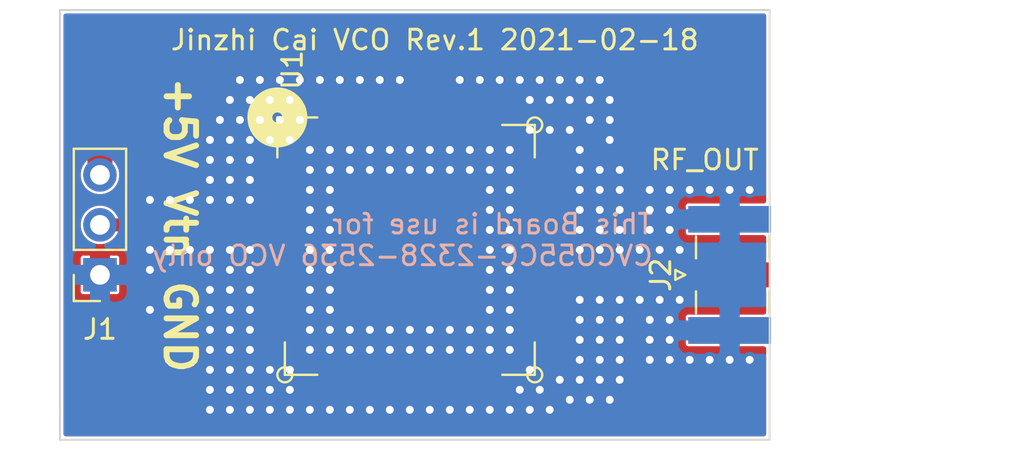
<source format=kicad_pcb>
(kicad_pcb (version 20171130) (host pcbnew 5.1.6-c6e7f7d~86~ubuntu18.04.1)

  (general
    (thickness 1.6)
    (drawings 11)
    (tracks 248)
    (zones 0)
    (modules 3)
    (nets 5)
  )

  (page A4)
  (layers
    (0 F.Cu signal)
    (31 B.Cu signal)
    (32 B.Adhes user)
    (33 F.Adhes user)
    (34 B.Paste user)
    (35 F.Paste user)
    (36 B.SilkS user)
    (37 F.SilkS user)
    (38 B.Mask user)
    (39 F.Mask user)
    (40 Dwgs.User user)
    (41 Cmts.User user)
    (42 Eco1.User user)
    (43 Eco2.User user)
    (44 Edge.Cuts user)
    (45 Margin user)
    (46 B.CrtYd user)
    (47 F.CrtYd user)
    (48 B.Fab user)
    (49 F.Fab user)
  )

  (setup
    (last_trace_width 0.25)
    (user_trace_width 0.657276)
    (user_trace_width 1.27)
    (trace_clearance 0.127)
    (zone_clearance 0.127)
    (zone_45_only no)
    (trace_min 0.2)
    (via_size 0.8)
    (via_drill 0.4)
    (via_min_size 0.4)
    (via_min_drill 0.3)
    (uvia_size 0.3)
    (uvia_drill 0.1)
    (uvias_allowed no)
    (uvia_min_size 0.2)
    (uvia_min_drill 0.1)
    (edge_width 0.1)
    (segment_width 0.2)
    (pcb_text_width 0.3)
    (pcb_text_size 1.5 1.5)
    (mod_edge_width 0.15)
    (mod_text_size 1 1)
    (mod_text_width 0.15)
    (pad_size 1.524 1.524)
    (pad_drill 0)
    (pad_to_mask_clearance 0)
    (aux_axis_origin 0 0)
    (visible_elements FFFFF77F)
    (pcbplotparams
      (layerselection 0x010fc_ffffffff)
      (usegerberextensions false)
      (usegerberattributes true)
      (usegerberadvancedattributes true)
      (creategerberjobfile true)
      (excludeedgelayer true)
      (linewidth 0.100000)
      (plotframeref false)
      (viasonmask false)
      (mode 1)
      (useauxorigin false)
      (hpglpennumber 1)
      (hpglpenspeed 20)
      (hpglpendiameter 15.000000)
      (psnegative false)
      (psa4output false)
      (plotreference true)
      (plotvalue true)
      (plotinvisibletext false)
      (padsonsilk false)
      (subtractmaskfromsilk false)
      (outputformat 1)
      (mirror false)
      (drillshape 0)
      (scaleselection 1)
      (outputdirectory "/home/c/RemoteProject/KiCads/Senior-Design-Radar-Group/V2.0/RF_DIS/Assembly/"))
  )

  (net 0 "")
  (net 1 GND)
  (net 2 "Net-(J1-Pad2)")
  (net 3 "Net-(J2-Pad1)")
  (net 4 "Net-(J1-Pad3)")

  (net_class Default "This is the default net class."
    (clearance 0.127)
    (trace_width 0.25)
    (via_dia 0.8)
    (via_drill 0.4)
    (uvia_dia 0.3)
    (uvia_drill 0.1)
    (add_net GND)
    (add_net "Net-(J1-Pad2)")
    (add_net "Net-(J1-Pad3)")
    (add_net "Net-(J2-Pad1)")
  )

  (module Connector_Coaxial:SMA_Samtec_SMA-J-P-X-ST-EM1_EdgeMount (layer F.Cu) (tedit 5DAA3454) (tstamp 602E9B31)
    (at 163.576 135.89 90)
    (descr "Connector SMA, 0Hz to 20GHz, 50Ohm, Edge Mount (http://suddendocs.samtec.com/prints/sma-j-p-x-st-em1-mkt.pdf)")
    (tags "SMA Straight Samtec Edge Mount")
    (path /602EA1F3)
    (attr smd)
    (fp_text reference J2 (at 0 -3.5 90) (layer F.SilkS)
      (effects (font (size 1 1) (thickness 0.15)))
    )
    (fp_text value Conn_Coaxial (at 0 13 90) (layer F.Fab)
      (effects (font (size 1 1) (thickness 0.15)))
    )
    (fp_line (start -0.25 -2.76) (end 0 -2.26) (layer F.SilkS) (width 0.12))
    (fp_line (start 0.25 -2.76) (end -0.25 -2.76) (layer F.SilkS) (width 0.12))
    (fp_line (start 0 -2.26) (end 0.25 -2.76) (layer F.SilkS) (width 0.12))
    (fp_line (start 0 3.1) (end -0.64 2.1) (layer F.Fab) (width 0.1))
    (fp_line (start 0.64 2.1) (end 0 3.1) (layer F.Fab) (width 0.1))
    (fp_line (start 4 2.6) (end 4 -2.6) (layer F.CrtYd) (width 0.05))
    (fp_line (start 3.68 12.12) (end -3.68 12.12) (layer F.CrtYd) (width 0.05))
    (fp_line (start -4 2.6) (end -4 -2.6) (layer F.CrtYd) (width 0.05))
    (fp_line (start -4 -2.6) (end 4 -2.6) (layer F.CrtYd) (width 0.05))
    (fp_line (start 4 2.6) (end 4 -2.6) (layer B.CrtYd) (width 0.05))
    (fp_line (start 3.68 12.12) (end -3.68 12.12) (layer B.CrtYd) (width 0.05))
    (fp_line (start -4 2.6) (end -4 -2.6) (layer B.CrtYd) (width 0.05))
    (fp_line (start -4 -2.6) (end 4 -2.6) (layer B.CrtYd) (width 0.05))
    (fp_line (start 3.165 11.62) (end -3.165 11.62) (layer F.Fab) (width 0.1))
    (fp_line (start 3.175 -1.71) (end 3.175 11.62) (layer F.Fab) (width 0.1))
    (fp_line (start 3.175 -1.71) (end 2.365 -1.71) (layer F.Fab) (width 0.1))
    (fp_line (start 2.365 -1.71) (end 2.365 2.1) (layer F.Fab) (width 0.1))
    (fp_line (start 2.365 2.1) (end -2.365 2.1) (layer F.Fab) (width 0.1))
    (fp_line (start -2.365 2.1) (end -2.365 -1.71) (layer F.Fab) (width 0.1))
    (fp_line (start -2.365 -1.71) (end -3.175 -1.71) (layer F.Fab) (width 0.1))
    (fp_line (start -3.175 -1.71) (end -3.175 11.62) (layer F.Fab) (width 0.1))
    (fp_line (start 4.1 2.1) (end -4.1 2.1) (layer Dwgs.User) (width 0.1))
    (fp_line (start -3.68 2.6) (end -4 2.6) (layer F.CrtYd) (width 0.05))
    (fp_line (start -3.68 12.12) (end -3.68 2.6) (layer F.CrtYd) (width 0.05))
    (fp_line (start 3.68 2.6) (end 4 2.6) (layer F.CrtYd) (width 0.05))
    (fp_line (start 3.68 2.6) (end 3.68 12.12) (layer F.CrtYd) (width 0.05))
    (fp_line (start -3.68 2.6) (end -4 2.6) (layer B.CrtYd) (width 0.05))
    (fp_line (start -3.68 12.12) (end -3.68 2.6) (layer B.CrtYd) (width 0.05))
    (fp_line (start 4 2.6) (end 3.68 2.6) (layer B.CrtYd) (width 0.05))
    (fp_line (start 3.68 2.6) (end 3.68 12.12) (layer B.CrtYd) (width 0.05))
    (fp_line (start -1.95 2) (end -0.84 2) (layer F.SilkS) (width 0.12))
    (fp_line (start 0.84 2) (end 1.95 2) (layer F.SilkS) (width 0.12))
    (fp_line (start -1.95 -1.71) (end -0.84 -1.71) (layer F.SilkS) (width 0.12))
    (fp_line (start 0.84 -1.71) (end 1.95 -1.71) (layer F.SilkS) (width 0.12))
    (fp_text user "Board Thickness: 1.57mm" (at -8.128 5.08 180) (layer Cmts.User)
      (effects (font (size 1 1) (thickness 0.15)))
    )
    (fp_text user "PCB Edge" (at 0 2.6 90) (layer Dwgs.User)
      (effects (font (size 0.5 0.5) (thickness 0.1)))
    )
    (fp_text user %R (at 0 4.79 270) (layer F.Fab)
      (effects (font (size 1 1) (thickness 0.15)))
    )
    (pad 1 smd rect (at 0 0.2 90) (size 1.27 3.6) (layers F.Cu F.Paste F.Mask)
      (net 3 "Net-(J2-Pad1)"))
    (pad 2 smd rect (at 2.825 0 90) (size 1.35 4.2) (layers F.Cu F.Paste F.Mask)
      (net 1 GND))
    (pad 2 smd rect (at -2.825 0 90) (size 1.35 4.2) (layers F.Cu F.Paste F.Mask)
      (net 1 GND))
    (pad 2 smd rect (at 2.825 0 90) (size 1.35 4.2) (layers B.Cu B.Paste B.Mask)
      (net 1 GND))
    (pad 2 smd rect (at -2.825 0 90) (size 1.35 4.2) (layers B.Cu B.Paste B.Mask)
      (net 1 GND))
    (model ${KISYS3DMOD}/Connector_Coaxial.3dshapes/SMA_Samtec_SMA-J-P-X-ST-EM1_EdgeMount.wrl
      (at (xyz 0 0 0))
      (scale (xyz 1 1 1))
      (rotate (xyz 0 0 0))
    )
  )

  (module Connector_PinSocket_2.54mm:PinSocket_1x03_P2.54mm_Vertical (layer F.Cu) (tedit 5A19A429) (tstamp 602E9B03)
    (at 131.572 135.89 180)
    (descr "Through hole straight socket strip, 1x03, 2.54mm pitch, single row (from Kicad 4.0.7), script generated")
    (tags "Through hole socket strip THT 1x03 2.54mm single row")
    (path /602EC147)
    (fp_text reference J1 (at 0 -2.77) (layer F.SilkS)
      (effects (font (size 1 1) (thickness 0.15)))
    )
    (fp_text value Conn_01x03 (at 0 7.85) (layer F.Fab)
      (effects (font (size 1 1) (thickness 0.15)))
    )
    (fp_line (start -1.27 -1.27) (end 0.635 -1.27) (layer F.Fab) (width 0.1))
    (fp_line (start 0.635 -1.27) (end 1.27 -0.635) (layer F.Fab) (width 0.1))
    (fp_line (start 1.27 -0.635) (end 1.27 6.35) (layer F.Fab) (width 0.1))
    (fp_line (start 1.27 6.35) (end -1.27 6.35) (layer F.Fab) (width 0.1))
    (fp_line (start -1.27 6.35) (end -1.27 -1.27) (layer F.Fab) (width 0.1))
    (fp_line (start -1.33 1.27) (end 1.33 1.27) (layer F.SilkS) (width 0.12))
    (fp_line (start -1.33 1.27) (end -1.33 6.41) (layer F.SilkS) (width 0.12))
    (fp_line (start -1.33 6.41) (end 1.33 6.41) (layer F.SilkS) (width 0.12))
    (fp_line (start 1.33 1.27) (end 1.33 6.41) (layer F.SilkS) (width 0.12))
    (fp_line (start 1.33 -1.33) (end 1.33 0) (layer F.SilkS) (width 0.12))
    (fp_line (start 0 -1.33) (end 1.33 -1.33) (layer F.SilkS) (width 0.12))
    (fp_line (start -1.8 -1.8) (end 1.75 -1.8) (layer F.CrtYd) (width 0.05))
    (fp_line (start 1.75 -1.8) (end 1.75 6.85) (layer F.CrtYd) (width 0.05))
    (fp_line (start 1.75 6.85) (end -1.8 6.85) (layer F.CrtYd) (width 0.05))
    (fp_line (start -1.8 6.85) (end -1.8 -1.8) (layer F.CrtYd) (width 0.05))
    (fp_text user %R (at 0 2.54 90) (layer F.Fab)
      (effects (font (size 1 1) (thickness 0.15)))
    )
    (pad 3 thru_hole oval (at 0 5.08 180) (size 1.7 1.7) (drill 1) (layers *.Cu *.Mask)
      (net 4 "Net-(J1-Pad3)"))
    (pad 2 thru_hole oval (at 0 2.54 180) (size 1.7 1.7) (drill 1) (layers *.Cu *.Mask)
      (net 2 "Net-(J1-Pad2)"))
    (pad 1 thru_hole rect (at 0 0 180) (size 1.7 1.7) (drill 1) (layers *.Cu *.Mask)
      (net 1 GND))
    (model ${KISYS3DMOD}/Connector_PinSocket_2.54mm.3dshapes/PinSocket_1x03_P2.54mm_Vertical.wrl
      (at (xyz 0 0 0))
      (scale (xyz 1 1 1))
      (rotate (xyz 0 0 0))
    )
  )

  (module MiniCircuit:CVCO55CC-2328-2536 (layer F.Cu) (tedit 602E9818) (tstamp 602E31E4)
    (at 147.32 134.62 270)
    (path /602E0E5C)
    (fp_text reference U1 (at -9.144 5.969 90) (layer F.SilkS)
      (effects (font (size 1 1) (thickness 0.15)))
    )
    (fp_text value CVCO55CC-2328-2536 (at 0.381 8.763 90) (layer F.Fab)
      (effects (font (size 1 1) (thickness 0.15)))
    )
    (fp_circle (center -6.731 6.731) (end -6.477 6.731) (layer F.SilkS) (width 1.27))
    (fp_circle (center 6.35 -6.35) (end 6.731 -6.35) (layer F.SilkS) (width 0.12))
    (fp_circle (center -6.35 -6.35) (end -6.731 -6.35) (layer F.SilkS) (width 0.12))
    (fp_line (start -6.35 -6.35) (end -4.699 -6.35) (layer F.SilkS) (width 0.12))
    (fp_line (start -6.35 -6.35) (end -6.35 -4.699) (layer F.SilkS) (width 0.12))
    (fp_circle (center 6.35 6.35) (end 6.731 6.35) (layer F.SilkS) (width 0.12))
    (fp_line (start 6.35 6.35) (end 4.699 6.35) (layer F.SilkS) (width 0.12))
    (fp_line (start 6.35 6.35) (end 6.35 4.699) (layer F.SilkS) (width 0.12))
    (fp_line (start 6.35 -4.699) (end 6.35 -6.35) (layer F.SilkS) (width 0.12))
    (fp_line (start 6.35 -6.35) (end 4.699 -6.35) (layer F.SilkS) (width 0.12))
    (fp_line (start -5.207 6.731) (end -6.731 6.731) (layer F.SilkS) (width 0.12))
    (fp_line (start -6.731 6.731) (end -6.731 4.699) (layer F.SilkS) (width 0.12))
    (fp_line (start -5.207 6.731) (end -4.699 6.731) (layer F.SilkS) (width 0.12))
    (pad 1 smd rect (at 6.731 3.81 270) (size 1.524 1.524) (layers F.Cu F.Paste F.Mask)
      (net 1 GND))
    (pad 1 smd rect (at 3.81 6.731 270) (size 1.524 1.524) (layers F.Cu F.Paste F.Mask)
      (net 1 GND))
    (pad 1 smd rect (at 1.27 6.731 270) (size 1.524 1.524) (layers F.Cu F.Paste F.Mask)
      (net 1 GND))
    (pad 2 smd rect (at -1.27 6.731 270) (size 1.524 1.524) (layers F.Cu F.Paste F.Mask)
      (net 2 "Net-(J1-Pad2)"))
    (pad 1 smd rect (at -3.81 6.731 270) (size 1.524 1.524) (layers F.Cu F.Paste F.Mask)
      (net 1 GND))
    (pad 1 smd rect (at 6.731 1.27 270) (size 1.524 1.524) (layers F.Cu F.Paste F.Mask)
      (net 1 GND))
    (pad 1 smd rect (at 6.731 -1.27 270) (size 1.524 1.524) (layers F.Cu F.Paste F.Mask)
      (net 1 GND))
    (pad 1 smd rect (at 6.731 -3.81 270) (size 1.524 1.524) (layers F.Cu F.Paste F.Mask)
      (net 1 GND))
    (pad 1 smd rect (at 3.81 -6.731 270) (size 1.524 1.524) (layers F.Cu F.Paste F.Mask)
      (net 1 GND))
    (pad 10 smd rect (at 1.27 -6.731 270) (size 1.524 1.524) (layers F.Cu F.Paste F.Mask)
      (net 3 "Net-(J2-Pad1)"))
    (pad 1 smd rect (at -1.27 -6.731 270) (size 1.524 1.524) (layers F.Cu F.Paste F.Mask)
      (net 1 GND))
    (pad 1 smd rect (at -3.81 -6.731 270) (size 1.524 1.524) (layers F.Cu F.Paste F.Mask)
      (net 1 GND))
    (pad 1 smd rect (at -6.731 -3.81 270) (size 1.524 1.524) (layers F.Cu F.Paste F.Mask)
      (net 1 GND))
    (pad 14 smd rect (at -6.731 -1.27 270) (size 1.524 1.524) (layers F.Cu F.Paste F.Mask)
      (net 4 "Net-(J1-Pad3)"))
    (pad 1 smd rect (at -6.731 1.27 270) (size 1.524 1.524) (layers F.Cu F.Paste F.Mask)
      (net 1 GND))
    (pad 1 smd rect (at -6.731 3.81 270) (size 1.524 1.524) (layers F.Cu F.Paste F.Mask)
      (net 1 GND))
  )

  (gr_text "This Board is use for \nCVCO55CC-2328-2536 VCO only" (at 159.766 134.112) (layer B.SilkS)
    (effects (font (size 1 1) (thickness 0.15)) (justify left mirror))
  )
  (gr_text RF_OUT (at 162.306 130.048) (layer F.SilkS)
    (effects (font (size 1 1) (thickness 0.15)))
  )
  (gr_text "+5V Vtn GND" (at 135.636 133.35 270) (layer F.SilkS)
    (effects (font (size 1.5 1.5) (thickness 0.3)))
  )
  (gr_text "Jinzhi Cai VCO Rev.1 2021-02-18" (at 148.59 123.952) (layer F.SilkS)
    (effects (font (size 1 1) (thickness 0.15)))
  )
  (gr_line (start 129.54 144.272) (end 129.54 142.748) (layer Edge.Cuts) (width 0.1) (tstamp 602EA421))
  (gr_line (start 165.608 142.748) (end 165.608 144.272) (layer Edge.Cuts) (width 0.1) (tstamp 602EA420))
  (gr_line (start 165.608 136.144) (end 165.608 142.748) (layer Edge.Cuts) (width 0.1) (tstamp 602EA415))
  (gr_line (start 129.54 144.272) (end 165.608 144.272) (layer Edge.Cuts) (width 0.1) (tstamp 602EA414))
  (gr_line (start 129.54 122.428) (end 129.54 142.748) (layer Edge.Cuts) (width 0.1))
  (gr_line (start 165.608 122.428) (end 129.54 122.428) (layer Edge.Cuts) (width 0.1))
  (gr_line (start 165.608 136.144) (end 165.608 122.428) (layer Edge.Cuts) (width 0.1))

  (via (at 139.192 130.048) (size 0.8) (drill 0.4) (layers F.Cu B.Cu) (net 1))
  (via (at 142.24 137.668) (size 0.8) (drill 0.4) (layers F.Cu B.Cu) (net 1))
  (via (at 152.4 137.668) (size 0.8) (drill 0.4) (layers F.Cu B.Cu) (net 1))
  (via (at 152.4 131.572) (size 0.8) (drill 0.4) (layers F.Cu B.Cu) (net 1))
  (via (at 142.24 131.572) (size 0.8) (drill 0.4) (layers F.Cu B.Cu) (net 1))
  (via (at 139.192 137.668) (size 0.8) (drill 0.4) (layers F.Cu B.Cu) (net 1))
  (via (at 139.192 136.652) (size 0.8) (drill 0.4) (layers F.Cu B.Cu) (net 1))
  (via (at 139.192 132.08) (size 0.8) (drill 0.4) (layers F.Cu B.Cu) (net 1))
  (via (at 138.176 132.08) (size 0.8) (drill 0.4) (layers F.Cu B.Cu) (net 1))
  (via (at 137.16 132.08) (size 0.8) (drill 0.4) (layers F.Cu B.Cu) (net 1))
  (via (at 136.144 132.08) (size 0.8) (drill 0.4) (layers F.Cu B.Cu) (net 1))
  (via (at 135.128 132.08) (size 0.8) (drill 0.4) (layers F.Cu B.Cu) (net 1))
  (via (at 134.112 132.08) (size 0.8) (drill 0.4) (layers F.Cu B.Cu) (net 1))
  (via (at 134.112 134.62) (size 0.8) (drill 0.4) (layers F.Cu B.Cu) (net 1))
  (via (at 135.128 134.62) (size 0.8) (drill 0.4) (layers F.Cu B.Cu) (net 1))
  (via (at 136.144 134.62) (size 0.8) (drill 0.4) (layers F.Cu B.Cu) (net 1))
  (via (at 137.16 134.62) (size 0.8) (drill 0.4) (layers F.Cu B.Cu) (net 1))
  (via (at 138.176 134.62) (size 0.8) (drill 0.4) (layers F.Cu B.Cu) (net 1))
  (via (at 139.192 134.62) (size 0.8) (drill 0.4) (layers F.Cu B.Cu) (net 1))
  (via (at 152.4 134.62) (size 0.8) (drill 0.4) (layers F.Cu B.Cu) (net 1))
  (via (at 152.4 135.636) (size 0.8) (drill 0.4) (layers F.Cu B.Cu) (net 1))
  (via (at 152.4 136.652) (size 0.8) (drill 0.4) (layers F.Cu B.Cu) (net 1))
  (via (at 155.956 134.62) (size 0.8) (drill 0.4) (layers F.Cu B.Cu) (net 1))
  (via (at 156.972 134.62) (size 0.8) (drill 0.4) (layers F.Cu B.Cu) (net 1))
  (via (at 157.988 134.62) (size 0.8) (drill 0.4) (layers F.Cu B.Cu) (net 1))
  (via (at 159.004 134.62) (size 0.8) (drill 0.4) (layers F.Cu B.Cu) (net 1))
  (via (at 160.02 134.62) (size 0.8) (drill 0.4) (layers F.Cu B.Cu) (net 1))
  (via (at 161.036 134.62) (size 0.8) (drill 0.4) (layers F.Cu B.Cu) (net 1))
  (via (at 155.956 137.16) (size 0.8) (drill 0.4) (layers F.Cu B.Cu) (net 1))
  (via (at 156.972 137.16) (size 0.8) (drill 0.4) (layers F.Cu B.Cu) (net 1))
  (via (at 157.988 137.16) (size 0.8) (drill 0.4) (layers F.Cu B.Cu) (net 1))
  (via (at 159.004 137.16) (size 0.8) (drill 0.4) (layers F.Cu B.Cu) (net 1))
  (via (at 160.02 137.16) (size 0.8) (drill 0.4) (layers F.Cu B.Cu) (net 1))
  (via (at 161.036 137.16) (size 0.8) (drill 0.4) (layers F.Cu B.Cu) (net 1))
  (via (at 152.4 138.684) (size 0.8) (drill 0.4) (layers F.Cu B.Cu) (net 1))
  (via (at 152.4 139.7) (size 0.8) (drill 0.4) (layers F.Cu B.Cu) (net 1))
  (via (at 151.384 139.7) (size 0.8) (drill 0.4) (layers F.Cu B.Cu) (net 1))
  (via (at 150.368 139.7) (size 0.8) (drill 0.4) (layers F.Cu B.Cu) (net 1))
  (via (at 149.352 139.7) (size 0.8) (drill 0.4) (layers F.Cu B.Cu) (net 1))
  (via (at 148.336 139.7) (size 0.8) (drill 0.4) (layers F.Cu B.Cu) (net 1))
  (via (at 147.32 139.7) (size 0.8) (drill 0.4) (layers F.Cu B.Cu) (net 1))
  (via (at 146.304 139.7) (size 0.8) (drill 0.4) (layers F.Cu B.Cu) (net 1))
  (via (at 145.288 139.7) (size 0.8) (drill 0.4) (layers F.Cu B.Cu) (net 1))
  (via (at 144.272 139.7) (size 0.8) (drill 0.4) (layers F.Cu B.Cu) (net 1))
  (via (at 143.256 139.7) (size 0.8) (drill 0.4) (layers F.Cu B.Cu) (net 1))
  (via (at 142.24 139.7) (size 0.8) (drill 0.4) (layers F.Cu B.Cu) (net 1))
  (via (at 153.416 140.716) (size 0.8) (drill 0.4) (layers F.Cu B.Cu) (net 1))
  (via (at 141.224 140.716) (size 0.8) (drill 0.4) (layers F.Cu B.Cu) (net 1))
  (via (at 142.24 138.684) (size 0.8) (drill 0.4) (layers F.Cu B.Cu) (net 1))
  (via (at 142.24 136.652) (size 0.8) (drill 0.4) (layers F.Cu B.Cu) (net 1))
  (via (at 142.24 135.636) (size 0.8) (drill 0.4) (layers F.Cu B.Cu) (net 1))
  (via (at 142.24 134.62) (size 0.8) (drill 0.4) (layers F.Cu B.Cu) (net 1))
  (via (at 142.24 133.604) (size 0.8) (drill 0.4) (layers F.Cu B.Cu) (net 1))
  (via (at 142.24 132.588) (size 0.8) (drill 0.4) (layers F.Cu B.Cu) (net 1))
  (via (at 142.24 130.556) (size 0.8) (drill 0.4) (layers F.Cu B.Cu) (net 1))
  (via (at 142.24 129.54) (size 0.8) (drill 0.4) (layers F.Cu B.Cu) (net 1))
  (via (at 143.256 129.54) (size 0.8) (drill 0.4) (layers F.Cu B.Cu) (net 1))
  (via (at 144.272 129.54) (size 0.8) (drill 0.4) (layers F.Cu B.Cu) (net 1))
  (via (at 145.288 129.54) (size 0.8) (drill 0.4) (layers F.Cu B.Cu) (net 1))
  (via (at 146.304 129.54) (size 0.8) (drill 0.4) (layers F.Cu B.Cu) (net 1))
  (via (at 147.32 129.54) (size 0.8) (drill 0.4) (layers F.Cu B.Cu) (net 1))
  (via (at 148.336 129.54) (size 0.8) (drill 0.4) (layers F.Cu B.Cu) (net 1))
  (via (at 149.352 129.54) (size 0.8) (drill 0.4) (layers F.Cu B.Cu) (net 1))
  (via (at 150.368 129.54) (size 0.8) (drill 0.4) (layers F.Cu B.Cu) (net 1))
  (via (at 151.384 129.54) (size 0.8) (drill 0.4) (layers F.Cu B.Cu) (net 1))
  (via (at 152.4 129.54) (size 0.8) (drill 0.4) (layers F.Cu B.Cu) (net 1))
  (via (at 152.4 130.556) (size 0.8) (drill 0.4) (layers F.Cu B.Cu) (net 1))
  (via (at 152.4 132.588) (size 0.8) (drill 0.4) (layers F.Cu B.Cu) (net 1))
  (via (at 152.4 133.604) (size 0.8) (drill 0.4) (layers F.Cu B.Cu) (net 1))
  (via (at 139.192 131.064) (size 0.8) (drill 0.4) (layers F.Cu B.Cu) (net 1))
  (via (at 139.192 129.032) (size 0.8) (drill 0.4) (layers F.Cu B.Cu) (net 1))
  (via (at 140.208 129.032) (size 0.8) (drill 0.4) (layers F.Cu B.Cu) (net 1))
  (via (at 141.224 129.032) (size 0.8) (drill 0.4) (layers F.Cu B.Cu) (net 1))
  (via (at 139.192 135.636) (size 0.8) (drill 0.4) (layers F.Cu B.Cu) (net 1))
  (via (at 139.192 138.684) (size 0.8) (drill 0.4) (layers F.Cu B.Cu) (net 1))
  (via (at 139.192 139.7) (size 0.8) (drill 0.4) (layers F.Cu B.Cu) (net 1))
  (via (at 139.192 140.716) (size 0.8) (drill 0.4) (layers F.Cu B.Cu) (net 1))
  (via (at 140.208 140.716) (size 0.8) (drill 0.4) (layers F.Cu B.Cu) (net 1))
  (via (at 134.112 135.636) (size 0.8) (drill 0.4) (layers F.Cu B.Cu) (net 1))
  (via (at 134.112 137.668) (size 0.8) (drill 0.4) (layers F.Cu B.Cu) (net 1))
  (via (at 155.956 133.604) (size 0.8) (drill 0.4) (layers F.Cu B.Cu) (net 1))
  (via (at 155.956 132.588) (size 0.8) (drill 0.4) (layers F.Cu B.Cu) (net 1))
  (via (at 155.956 131.572) (size 0.8) (drill 0.4) (layers F.Cu B.Cu) (net 1))
  (via (at 155.956 130.556) (size 0.8) (drill 0.4) (layers F.Cu B.Cu) (net 1))
  (via (at 153.416 128.524) (size 0.8) (drill 0.4) (layers F.Cu B.Cu) (net 1))
  (via (at 154.432 128.524) (size 0.8) (drill 0.4) (layers F.Cu B.Cu) (net 1))
  (via (at 155.448 128.524) (size 0.8) (drill 0.4) (layers F.Cu B.Cu) (net 1))
  (via (at 155.956 129.54) (size 0.8) (drill 0.4) (layers F.Cu B.Cu) (net 1))
  (via (at 155.956 138.176) (size 0.8) (drill 0.4) (layers F.Cu B.Cu) (net 1))
  (via (at 155.956 139.192) (size 0.8) (drill 0.4) (layers F.Cu B.Cu) (net 1))
  (via (at 155.956 140.208) (size 0.8) (drill 0.4) (layers F.Cu B.Cu) (net 1))
  (via (at 155.956 141.224) (size 0.8) (drill 0.4) (layers F.Cu B.Cu) (net 1))
  (via (at 154.94 141.224) (size 0.8) (drill 0.4) (layers F.Cu B.Cu) (net 1))
  (via (at 156.972 133.604) (size 0.8) (drill 0.4) (layers F.Cu B.Cu) (net 1))
  (via (at 160.528 133.604) (size 0.8) (drill 0.4) (layers F.Cu B.Cu) (net 1))
  (via (at 160.528 132.588) (size 0.8) (drill 0.4) (layers F.Cu B.Cu) (net 1))
  (via (at 160.528 131.572) (size 0.8) (drill 0.4) (layers F.Cu B.Cu) (net 1))
  (via (at 161.544 131.572) (size 0.8) (drill 0.4) (layers F.Cu B.Cu) (net 1))
  (via (at 162.56 131.572) (size 0.8) (drill 0.4) (layers F.Cu B.Cu) (net 1))
  (via (at 163.576 131.572) (size 0.8) (drill 0.4) (layers F.Cu B.Cu) (net 1))
  (via (at 164.592 131.572) (size 0.8) (drill 0.4) (layers F.Cu B.Cu) (net 1))
  (via (at 159.512 133.604) (size 0.8) (drill 0.4) (layers F.Cu B.Cu) (net 1))
  (via (at 156.972 132.588) (size 0.8) (drill 0.4) (layers F.Cu B.Cu) (net 1))
  (via (at 159.512 132.588) (size 0.8) (drill 0.4) (layers F.Cu B.Cu) (net 1))
  (via (at 159.512 131.572) (size 0.8) (drill 0.4) (layers F.Cu B.Cu) (net 1))
  (via (at 156.972 131.572) (size 0.8) (drill 0.4) (layers F.Cu B.Cu) (net 1))
  (via (at 156.972 138.176) (size 0.8) (drill 0.4) (layers F.Cu B.Cu) (net 1))
  (via (at 156.972 139.192) (size 0.8) (drill 0.4) (layers F.Cu B.Cu) (net 1))
  (via (at 156.972 140.208) (size 0.8) (drill 0.4) (layers F.Cu B.Cu) (net 1))
  (via (at 156.972 141.224) (size 0.8) (drill 0.4) (layers F.Cu B.Cu) (net 1))
  (via (at 160.528 138.176) (size 0.8) (drill 0.4) (layers F.Cu B.Cu) (net 1))
  (via (at 160.528 139.192) (size 0.8) (drill 0.4) (layers F.Cu B.Cu) (net 1))
  (via (at 160.528 140.208) (size 0.8) (drill 0.4) (layers F.Cu B.Cu) (net 1))
  (via (at 161.544 140.208) (size 0.8) (drill 0.4) (layers F.Cu B.Cu) (net 1))
  (via (at 162.56 140.208) (size 0.8) (drill 0.4) (layers F.Cu B.Cu) (net 1))
  (via (at 163.576 140.208) (size 0.8) (drill 0.4) (layers F.Cu B.Cu) (net 1))
  (via (at 164.592 140.208) (size 0.8) (drill 0.4) (layers F.Cu B.Cu) (net 1))
  (via (at 159.512 138.176) (size 0.8) (drill 0.4) (layers F.Cu B.Cu) (net 1))
  (via (at 159.512 139.192) (size 0.8) (drill 0.4) (layers F.Cu B.Cu) (net 1))
  (via (at 159.512 140.208) (size 0.8) (drill 0.4) (layers F.Cu B.Cu) (net 1))
  (via (at 140.716 128.016) (size 0.8) (drill 0.4) (layers F.Cu B.Cu) (net 1))
  (via (at 139.7 128.016) (size 0.8) (drill 0.4) (layers F.Cu B.Cu) (net 1))
  (via (at 141.732 128.016) (size 0.8) (drill 0.4) (layers F.Cu B.Cu) (net 1))
  (via (at 141.224 127) (size 0.8) (drill 0.4) (layers F.Cu B.Cu) (net 1))
  (via (at 140.208 127) (size 0.8) (drill 0.4) (layers F.Cu B.Cu) (net 1))
  (via (at 141.732 125.984) (size 0.8) (drill 0.4) (layers F.Cu B.Cu) (net 1))
  (via (at 140.716 125.984) (size 0.8) (drill 0.4) (layers F.Cu B.Cu) (net 1))
  (via (at 139.7 125.984) (size 0.8) (drill 0.4) (layers F.Cu B.Cu) (net 1))
  (via (at 139.192 127) (size 0.8) (drill 0.4) (layers F.Cu B.Cu) (net 1))
  (via (at 138.684 128.016) (size 0.8) (drill 0.4) (layers F.Cu B.Cu) (net 1))
  (via (at 138.176 127) (size 0.8) (drill 0.4) (layers F.Cu B.Cu) (net 1))
  (via (at 138.684 125.984) (size 0.8) (drill 0.4) (layers F.Cu B.Cu) (net 1))
  (via (at 137.668 128.016) (size 0.8) (drill 0.4) (layers F.Cu B.Cu) (net 1))
  (via (at 138.176 129.032) (size 0.8) (drill 0.4) (layers F.Cu B.Cu) (net 1))
  (via (at 138.176 130.048) (size 0.8) (drill 0.4) (layers F.Cu B.Cu) (net 1))
  (via (at 138.176 131.064) (size 0.8) (drill 0.4) (layers F.Cu B.Cu) (net 1))
  (via (at 142.748 125.984) (size 0.8) (drill 0.4) (layers F.Cu B.Cu) (net 1))
  (via (at 143.764 125.984) (size 0.8) (drill 0.4) (layers F.Cu B.Cu) (net 1))
  (via (at 144.78 125.984) (size 0.8) (drill 0.4) (layers F.Cu B.Cu) (net 1))
  (via (at 145.796 125.984) (size 0.8) (drill 0.4) (layers F.Cu B.Cu) (net 1))
  (via (at 146.812 125.984) (size 0.8) (drill 0.4) (layers F.Cu B.Cu) (net 1))
  (via (at 137.16 129.032) (size 0.8) (drill 0.4) (layers F.Cu B.Cu) (net 1))
  (via (at 137.16 130.048) (size 0.8) (drill 0.4) (layers F.Cu B.Cu) (net 1))
  (via (at 137.16 131.064) (size 0.8) (drill 0.4) (layers F.Cu B.Cu) (net 1))
  (via (at 138.176 135.636) (size 0.8) (drill 0.4) (layers F.Cu B.Cu) (net 1))
  (via (at 137.16 135.636) (size 0.8) (drill 0.4) (layers F.Cu B.Cu) (net 1))
  (via (at 137.16 136.652) (size 0.8) (drill 0.4) (layers F.Cu B.Cu) (net 1))
  (via (at 138.176 136.652) (size 0.8) (drill 0.4) (layers F.Cu B.Cu) (net 1))
  (via (at 138.176 137.668) (size 0.8) (drill 0.4) (layers F.Cu B.Cu) (net 1))
  (via (at 137.16 137.668) (size 0.8) (drill 0.4) (layers F.Cu B.Cu) (net 1))
  (via (at 138.176 138.684) (size 0.8) (drill 0.4) (layers F.Cu B.Cu) (net 1))
  (via (at 137.16 138.684) (size 0.8) (drill 0.4) (layers F.Cu B.Cu) (net 1))
  (via (at 137.16 139.7) (size 0.8) (drill 0.4) (layers F.Cu B.Cu) (net 1))
  (via (at 138.176 139.7) (size 0.8) (drill 0.4) (layers F.Cu B.Cu) (net 1))
  (via (at 138.176 140.716) (size 0.8) (drill 0.4) (layers F.Cu B.Cu) (net 1))
  (via (at 137.16 140.716) (size 0.8) (drill 0.4) (layers F.Cu B.Cu) (net 1))
  (via (at 141.224 141.732) (size 0.8) (drill 0.4) (layers F.Cu B.Cu) (net 1))
  (via (at 140.208 141.732) (size 0.8) (drill 0.4) (layers F.Cu B.Cu) (net 1))
  (via (at 139.192 141.732) (size 0.8) (drill 0.4) (layers F.Cu B.Cu) (net 1))
  (via (at 138.176 141.732) (size 0.8) (drill 0.4) (layers F.Cu B.Cu) (net 1))
  (via (at 137.16 141.732) (size 0.8) (drill 0.4) (layers F.Cu B.Cu) (net 1))
  (via (at 137.16 142.748) (size 0.8) (drill 0.4) (layers F.Cu B.Cu) (net 1))
  (via (at 138.176 142.748) (size 0.8) (drill 0.4) (layers F.Cu B.Cu) (net 1))
  (via (at 139.192 142.748) (size 0.8) (drill 0.4) (layers F.Cu B.Cu) (net 1))
  (via (at 140.208 142.748) (size 0.8) (drill 0.4) (layers F.Cu B.Cu) (net 1))
  (via (at 141.224 142.748) (size 0.8) (drill 0.4) (layers F.Cu B.Cu) (net 1))
  (via (at 142.24 142.748) (size 0.8) (drill 0.4) (layers F.Cu B.Cu) (net 1))
  (via (at 143.256 142.748) (size 0.8) (drill 0.4) (layers F.Cu B.Cu) (net 1))
  (via (at 144.272 142.748) (size 0.8) (drill 0.4) (layers F.Cu B.Cu) (net 1))
  (via (at 145.288 142.748) (size 0.8) (drill 0.4) (layers F.Cu B.Cu) (net 1))
  (via (at 146.304 142.748) (size 0.8) (drill 0.4) (layers F.Cu B.Cu) (net 1))
  (via (at 147.32 142.748) (size 0.8) (drill 0.4) (layers F.Cu B.Cu) (net 1))
  (via (at 148.336 142.748) (size 0.8) (drill 0.4) (layers F.Cu B.Cu) (net 1))
  (via (at 149.352 142.748) (size 0.8) (drill 0.4) (layers F.Cu B.Cu) (net 1))
  (via (at 150.368 142.748) (size 0.8) (drill 0.4) (layers F.Cu B.Cu) (net 1))
  (via (at 151.384 142.748) (size 0.8) (drill 0.4) (layers F.Cu B.Cu) (net 1))
  (via (at 152.4 142.748) (size 0.8) (drill 0.4) (layers F.Cu B.Cu) (net 1))
  (via (at 153.416 142.748) (size 0.8) (drill 0.4) (layers F.Cu B.Cu) (net 1))
  (via (at 154.432 142.748) (size 0.8) (drill 0.4) (layers F.Cu B.Cu) (net 1))
  (via (at 153.924 141.732) (size 0.8) (drill 0.4) (layers F.Cu B.Cu) (net 1))
  (via (at 152.908 141.732) (size 0.8) (drill 0.4) (layers F.Cu B.Cu) (net 1))
  (via (at 149.86 125.984) (size 0.8) (drill 0.4) (layers F.Cu B.Cu) (net 1))
  (via (at 150.876 125.984) (size 0.8) (drill 0.4) (layers F.Cu B.Cu) (net 1))
  (via (at 151.892 125.984) (size 0.8) (drill 0.4) (layers F.Cu B.Cu) (net 1))
  (via (at 152.908 125.984) (size 0.8) (drill 0.4) (layers F.Cu B.Cu) (net 1))
  (via (at 153.924 125.984) (size 0.8) (drill 0.4) (layers F.Cu B.Cu) (net 1))
  (via (at 154.94 125.984) (size 0.8) (drill 0.4) (layers F.Cu B.Cu) (net 1))
  (via (at 155.956 125.984) (size 0.8) (drill 0.4) (layers F.Cu B.Cu) (net 1))
  (via (at 155.448 127) (size 0.8) (drill 0.4) (layers F.Cu B.Cu) (net 1))
  (via (at 154.432 127) (size 0.8) (drill 0.4) (layers F.Cu B.Cu) (net 1))
  (via (at 153.416 127) (size 0.8) (drill 0.4) (layers F.Cu B.Cu) (net 1))
  (via (at 156.464 127) (size 0.8) (drill 0.4) (layers F.Cu B.Cu) (net 1))
  (via (at 156.972 125.984) (size 0.8) (drill 0.4) (layers F.Cu B.Cu) (net 1))
  (via (at 157.48 127) (size 0.8) (drill 0.4) (layers F.Cu B.Cu) (net 1))
  (via (at 157.48 128.016) (size 0.8) (drill 0.4) (layers F.Cu B.Cu) (net 1))
  (via (at 156.464 128.016) (size 0.8) (drill 0.4) (layers F.Cu B.Cu) (net 1))
  (via (at 157.48 129.032) (size 0.8) (drill 0.4) (layers F.Cu B.Cu) (net 1))
  (via (at 155.448 142.24) (size 0.8) (drill 0.4) (layers F.Cu B.Cu) (net 1))
  (via (at 156.464 142.24) (size 0.8) (drill 0.4) (layers F.Cu B.Cu) (net 1))
  (via (at 157.988 138.176) (size 0.8) (drill 0.4) (layers F.Cu B.Cu) (net 1))
  (via (at 157.988 139.192) (size 0.8) (drill 0.4) (layers F.Cu B.Cu) (net 1))
  (via (at 157.988 140.208) (size 0.8) (drill 0.4) (layers F.Cu B.Cu) (net 1))
  (via (at 157.988 141.224) (size 0.8) (drill 0.4) (layers F.Cu B.Cu) (net 1))
  (via (at 157.988 133.604) (size 0.8) (drill 0.4) (layers F.Cu B.Cu) (net 1))
  (via (at 157.988 132.588) (size 0.8) (drill 0.4) (layers F.Cu B.Cu) (net 1))
  (via (at 157.988 131.572) (size 0.8) (drill 0.4) (layers F.Cu B.Cu) (net 1))
  (via (at 157.988 130.556) (size 0.8) (drill 0.4) (layers F.Cu B.Cu) (net 1))
  (via (at 156.972 130.556) (size 0.8) (drill 0.4) (layers F.Cu B.Cu) (net 1))
  (via (at 157.48 142.24) (size 0.8) (drill 0.4) (layers F.Cu B.Cu) (net 1))
  (via (at 143.256 138.684) (size 0.8) (drill 0.4) (layers F.Cu B.Cu) (net 1))
  (via (at 143.256 137.668) (size 0.8) (drill 0.4) (layers F.Cu B.Cu) (net 1))
  (via (at 143.256 136.652) (size 0.8) (drill 0.4) (layers F.Cu B.Cu) (net 1))
  (via (at 143.256 135.636) (size 0.8) (drill 0.4) (layers F.Cu B.Cu) (net 1))
  (via (at 143.256 134.62) (size 0.8) (drill 0.4) (layers F.Cu B.Cu) (net 1))
  (via (at 143.256 133.604) (size 0.8) (drill 0.4) (layers F.Cu B.Cu) (net 1))
  (via (at 143.256 132.588) (size 0.8) (drill 0.4) (layers F.Cu B.Cu) (net 1))
  (via (at 143.256 131.572) (size 0.8) (drill 0.4) (layers F.Cu B.Cu) (net 1))
  (via (at 143.256 130.556) (size 0.8) (drill 0.4) (layers F.Cu B.Cu) (net 1))
  (via (at 144.272 130.556) (size 0.8) (drill 0.4) (layers F.Cu B.Cu) (net 1))
  (via (at 145.288 130.556) (size 0.8) (drill 0.4) (layers F.Cu B.Cu) (net 1))
  (via (at 146.304 130.556) (size 0.8) (drill 0.4) (layers F.Cu B.Cu) (net 1))
  (via (at 147.32 130.556) (size 0.8) (drill 0.4) (layers F.Cu B.Cu) (net 1))
  (via (at 148.336 130.556) (size 0.8) (drill 0.4) (layers F.Cu B.Cu) (net 1))
  (via (at 149.352 130.556) (size 0.8) (drill 0.4) (layers F.Cu B.Cu) (net 1))
  (via (at 150.368 130.556) (size 0.8) (drill 0.4) (layers F.Cu B.Cu) (net 1))
  (via (at 151.384 130.556) (size 0.8) (drill 0.4) (layers F.Cu B.Cu) (net 1))
  (via (at 151.384 131.572) (size 0.8) (drill 0.4) (layers F.Cu B.Cu) (net 1))
  (via (at 151.384 132.588) (size 0.8) (drill 0.4) (layers F.Cu B.Cu) (net 1))
  (via (at 151.384 133.604) (size 0.8) (drill 0.4) (layers F.Cu B.Cu) (net 1))
  (via (at 151.384 134.62) (size 0.8) (drill 0.4) (layers F.Cu B.Cu) (net 1))
  (via (at 151.384 135.636) (size 0.8) (drill 0.4) (layers F.Cu B.Cu) (net 1))
  (via (at 151.384 136.652) (size 0.8) (drill 0.4) (layers F.Cu B.Cu) (net 1))
  (via (at 151.384 137.668) (size 0.8) (drill 0.4) (layers F.Cu B.Cu) (net 1))
  (via (at 151.384 138.684) (size 0.8) (drill 0.4) (layers F.Cu B.Cu) (net 1))
  (via (at 150.368 138.684) (size 0.8) (drill 0.4) (layers F.Cu B.Cu) (net 1))
  (via (at 149.352 138.684) (size 0.8) (drill 0.4) (layers F.Cu B.Cu) (net 1))
  (via (at 148.336 138.684) (size 0.8) (drill 0.4) (layers F.Cu B.Cu) (net 1))
  (via (at 147.32 138.684) (size 0.8) (drill 0.4) (layers F.Cu B.Cu) (net 1))
  (via (at 146.304 138.684) (size 0.8) (drill 0.4) (layers F.Cu B.Cu) (net 1))
  (via (at 145.288 138.684) (size 0.8) (drill 0.4) (layers F.Cu B.Cu) (net 1))
  (via (at 144.272 138.684) (size 0.8) (drill 0.4) (layers F.Cu B.Cu) (net 1))
  (segment (start 131.572 133.35) (end 140.589 133.35) (width 0.657276) (layer F.Cu) (net 2))
  (segment (start 154.051 135.89) (end 163.776 135.89) (width 0.657276) (layer F.Cu) (net 3))
  (segment (start 131.572 130.81) (end 131.572 125.984) (width 1.27) (layer F.Cu) (net 4))
  (segment (start 131.572 125.984) (end 133.604 123.952) (width 1.27) (layer F.Cu) (net 4))
  (segment (start 146.685 123.952) (end 148.59 125.857) (width 1.27) (layer F.Cu) (net 4))
  (segment (start 148.59 125.857) (end 148.59 127.889) (width 1.27) (layer F.Cu) (net 4))
  (segment (start 133.604 123.952) (end 146.685 123.952) (width 1.27) (layer F.Cu) (net 4))

  (zone (net 1) (net_name GND) (layer F.Cu) (tstamp 602ECA30) (hatch edge 0.508)
    (connect_pads (clearance 0.127))
    (min_thickness 0.254)
    (fill yes (arc_segments 32) (thermal_gap 0.127) (thermal_bridge_width 1.016))
    (polygon
      (pts
        (xy 175.26 145.288) (xy 129.032 145.288) (xy 129.032 121.92) (xy 175.26 121.92)
      )
    )
    (filled_polygon
      (pts
        (xy 165.304 132.135047) (xy 164.0205 132.136) (xy 163.957 132.1995) (xy 163.957 132.684) (xy 165.304 132.684)
        (xy 165.304 133.446) (xy 163.957 133.446) (xy 163.957 133.9305) (xy 164.0205 133.994) (xy 165.304 133.994953)
        (xy 165.304 134.999772) (xy 161.976 134.999772) (xy 161.926207 135.004676) (xy 161.878328 135.0192) (xy 161.834203 135.042786)
        (xy 161.795527 135.074527) (xy 161.763786 135.113203) (xy 161.7402 135.157328) (xy 161.725676 135.205207) (xy 161.720772 135.255)
        (xy 161.720772 135.307362) (xy 155.068228 135.307362) (xy 155.068228 135.128) (xy 155.063324 135.078207) (xy 155.0488 135.030328)
        (xy 155.025214 134.986203) (xy 154.993473 134.947527) (xy 154.954797 134.915786) (xy 154.910672 134.8922) (xy 154.862793 134.877676)
        (xy 154.813 134.872772) (xy 153.289 134.872772) (xy 153.239207 134.877676) (xy 153.191328 134.8922) (xy 153.147203 134.915786)
        (xy 153.108527 134.947527) (xy 153.076786 134.986203) (xy 153.0532 135.030328) (xy 153.038676 135.078207) (xy 153.033772 135.128)
        (xy 153.033772 136.652) (xy 153.038676 136.701793) (xy 153.0532 136.749672) (xy 153.076786 136.793797) (xy 153.108527 136.832473)
        (xy 153.147203 136.864214) (xy 153.191328 136.8878) (xy 153.239207 136.902324) (xy 153.289 136.907228) (xy 154.813 136.907228)
        (xy 154.862793 136.902324) (xy 154.910672 136.8878) (xy 154.954797 136.864214) (xy 154.993473 136.832473) (xy 155.025214 136.793797)
        (xy 155.0488 136.749672) (xy 155.063324 136.701793) (xy 155.068228 136.652) (xy 155.068228 136.472638) (xy 161.720772 136.472638)
        (xy 161.720772 136.525) (xy 161.725676 136.574793) (xy 161.7402 136.622672) (xy 161.763786 136.666797) (xy 161.795527 136.705473)
        (xy 161.834203 136.737214) (xy 161.878328 136.7608) (xy 161.926207 136.775324) (xy 161.976 136.780228) (xy 165.304 136.780228)
        (xy 165.304 137.785047) (xy 164.0205 137.786) (xy 163.957 137.8495) (xy 163.957 138.334) (xy 165.304 138.334)
        (xy 165.304 139.096) (xy 163.957 139.096) (xy 163.957 139.5805) (xy 164.0205 139.644) (xy 165.304001 139.644953)
        (xy 165.304001 142.733067) (xy 165.304 142.733077) (xy 165.304001 143.968) (xy 129.844 143.968) (xy 129.844 142.113)
        (xy 142.492771 142.113) (xy 142.497675 142.162793) (xy 142.512199 142.210672) (xy 142.535785 142.254798) (xy 142.567526 142.293474)
        (xy 142.606202 142.325215) (xy 142.650328 142.348801) (xy 142.698207 142.363325) (xy 142.748 142.368229) (xy 143.0655 142.367)
        (xy 143.129 142.3035) (xy 143.129 141.732) (xy 143.891 141.732) (xy 143.891 142.3035) (xy 143.9545 142.367)
        (xy 144.272 142.368229) (xy 144.321793 142.363325) (xy 144.369672 142.348801) (xy 144.413798 142.325215) (xy 144.452474 142.293474)
        (xy 144.484215 142.254798) (xy 144.507801 142.210672) (xy 144.522325 142.162793) (xy 144.527229 142.113) (xy 145.032771 142.113)
        (xy 145.037675 142.162793) (xy 145.052199 142.210672) (xy 145.075785 142.254798) (xy 145.107526 142.293474) (xy 145.146202 142.325215)
        (xy 145.190328 142.348801) (xy 145.238207 142.363325) (xy 145.288 142.368229) (xy 145.6055 142.367) (xy 145.669 142.3035)
        (xy 145.669 141.732) (xy 146.431 141.732) (xy 146.431 142.3035) (xy 146.4945 142.367) (xy 146.812 142.368229)
        (xy 146.861793 142.363325) (xy 146.909672 142.348801) (xy 146.953798 142.325215) (xy 146.992474 142.293474) (xy 147.024215 142.254798)
        (xy 147.047801 142.210672) (xy 147.062325 142.162793) (xy 147.067229 142.113) (xy 147.572771 142.113) (xy 147.577675 142.162793)
        (xy 147.592199 142.210672) (xy 147.615785 142.254798) (xy 147.647526 142.293474) (xy 147.686202 142.325215) (xy 147.730328 142.348801)
        (xy 147.778207 142.363325) (xy 147.828 142.368229) (xy 148.1455 142.367) (xy 148.209 142.3035) (xy 148.209 141.732)
        (xy 148.971 141.732) (xy 148.971 142.3035) (xy 149.0345 142.367) (xy 149.352 142.368229) (xy 149.401793 142.363325)
        (xy 149.449672 142.348801) (xy 149.493798 142.325215) (xy 149.532474 142.293474) (xy 149.564215 142.254798) (xy 149.587801 142.210672)
        (xy 149.602325 142.162793) (xy 149.607229 142.113) (xy 150.112771 142.113) (xy 150.117675 142.162793) (xy 150.132199 142.210672)
        (xy 150.155785 142.254798) (xy 150.187526 142.293474) (xy 150.226202 142.325215) (xy 150.270328 142.348801) (xy 150.318207 142.363325)
        (xy 150.368 142.368229) (xy 150.6855 142.367) (xy 150.749 142.3035) (xy 150.749 141.732) (xy 151.511 141.732)
        (xy 151.511 142.3035) (xy 151.5745 142.367) (xy 151.892 142.368229) (xy 151.941793 142.363325) (xy 151.989672 142.348801)
        (xy 152.033798 142.325215) (xy 152.072474 142.293474) (xy 152.104215 142.254798) (xy 152.127801 142.210672) (xy 152.142325 142.162793)
        (xy 152.147229 142.113) (xy 152.146 141.7955) (xy 152.0825 141.732) (xy 151.511 141.732) (xy 150.749 141.732)
        (xy 150.1775 141.732) (xy 150.114 141.7955) (xy 150.112771 142.113) (xy 149.607229 142.113) (xy 149.606 141.7955)
        (xy 149.5425 141.732) (xy 148.971 141.732) (xy 148.209 141.732) (xy 147.6375 141.732) (xy 147.574 141.7955)
        (xy 147.572771 142.113) (xy 147.067229 142.113) (xy 147.066 141.7955) (xy 147.0025 141.732) (xy 146.431 141.732)
        (xy 145.669 141.732) (xy 145.0975 141.732) (xy 145.034 141.7955) (xy 145.032771 142.113) (xy 144.527229 142.113)
        (xy 144.526 141.7955) (xy 144.4625 141.732) (xy 143.891 141.732) (xy 143.129 141.732) (xy 142.5575 141.732)
        (xy 142.494 141.7955) (xy 142.492771 142.113) (xy 129.844 142.113) (xy 129.844 140.589) (xy 142.492771 140.589)
        (xy 142.494 140.9065) (xy 142.5575 140.97) (xy 143.129 140.97) (xy 143.129 140.3985) (xy 143.891 140.3985)
        (xy 143.891 140.97) (xy 144.4625 140.97) (xy 144.526 140.9065) (xy 144.527229 140.589) (xy 145.032771 140.589)
        (xy 145.034 140.9065) (xy 145.0975 140.97) (xy 145.669 140.97) (xy 145.669 140.3985) (xy 146.431 140.3985)
        (xy 146.431 140.97) (xy 147.0025 140.97) (xy 147.066 140.9065) (xy 147.067229 140.589) (xy 147.572771 140.589)
        (xy 147.574 140.9065) (xy 147.6375 140.97) (xy 148.209 140.97) (xy 148.209 140.3985) (xy 148.971 140.3985)
        (xy 148.971 140.97) (xy 149.5425 140.97) (xy 149.606 140.9065) (xy 149.607229 140.589) (xy 150.112771 140.589)
        (xy 150.114 140.9065) (xy 150.1775 140.97) (xy 150.749 140.97) (xy 150.749 140.3985) (xy 151.511 140.3985)
        (xy 151.511 140.97) (xy 152.0825 140.97) (xy 152.146 140.9065) (xy 152.147229 140.589) (xy 152.142325 140.539207)
        (xy 152.127801 140.491328) (xy 152.104215 140.447202) (xy 152.072474 140.408526) (xy 152.033798 140.376785) (xy 151.989672 140.353199)
        (xy 151.941793 140.338675) (xy 151.892 140.333771) (xy 151.5745 140.335) (xy 151.511 140.3985) (xy 150.749 140.3985)
        (xy 150.6855 140.335) (xy 150.368 140.333771) (xy 150.318207 140.338675) (xy 150.270328 140.353199) (xy 150.226202 140.376785)
        (xy 150.187526 140.408526) (xy 150.155785 140.447202) (xy 150.132199 140.491328) (xy 150.117675 140.539207) (xy 150.112771 140.589)
        (xy 149.607229 140.589) (xy 149.602325 140.539207) (xy 149.587801 140.491328) (xy 149.564215 140.447202) (xy 149.532474 140.408526)
        (xy 149.493798 140.376785) (xy 149.449672 140.353199) (xy 149.401793 140.338675) (xy 149.352 140.333771) (xy 149.0345 140.335)
        (xy 148.971 140.3985) (xy 148.209 140.3985) (xy 148.1455 140.335) (xy 147.828 140.333771) (xy 147.778207 140.338675)
        (xy 147.730328 140.353199) (xy 147.686202 140.376785) (xy 147.647526 140.408526) (xy 147.615785 140.447202) (xy 147.592199 140.491328)
        (xy 147.577675 140.539207) (xy 147.572771 140.589) (xy 147.067229 140.589) (xy 147.062325 140.539207) (xy 147.047801 140.491328)
        (xy 147.024215 140.447202) (xy 146.992474 140.408526) (xy 146.953798 140.376785) (xy 146.909672 140.353199) (xy 146.861793 140.338675)
        (xy 146.812 140.333771) (xy 146.4945 140.335) (xy 146.431 140.3985) (xy 145.669 140.3985) (xy 145.6055 140.335)
        (xy 145.288 140.333771) (xy 145.238207 140.338675) (xy 145.190328 140.353199) (xy 145.146202 140.376785) (xy 145.107526 140.408526)
        (xy 145.075785 140.447202) (xy 145.052199 140.491328) (xy 145.037675 140.539207) (xy 145.032771 140.589) (xy 144.527229 140.589)
        (xy 144.522325 140.539207) (xy 144.507801 140.491328) (xy 144.484215 140.447202) (xy 144.452474 140.408526) (xy 144.413798 140.376785)
        (xy 144.369672 140.353199) (xy 144.321793 140.338675) (xy 144.272 140.333771) (xy 143.9545 140.335) (xy 143.891 140.3985)
        (xy 143.129 140.3985) (xy 143.0655 140.335) (xy 142.748 140.333771) (xy 142.698207 140.338675) (xy 142.650328 140.353199)
        (xy 142.606202 140.376785) (xy 142.567526 140.408526) (xy 142.535785 140.447202) (xy 142.512199 140.491328) (xy 142.497675 140.539207)
        (xy 142.492771 140.589) (xy 129.844 140.589) (xy 129.844 139.192) (xy 139.571771 139.192) (xy 139.576675 139.241793)
        (xy 139.591199 139.289672) (xy 139.614785 139.333798) (xy 139.646526 139.372474) (xy 139.685202 139.404215) (xy 139.729328 139.427801)
        (xy 139.777207 139.442325) (xy 139.827 139.447229) (xy 140.1445 139.446) (xy 140.208 139.3825) (xy 140.208 138.811)
        (xy 140.97 138.811) (xy 140.97 139.3825) (xy 141.0335 139.446) (xy 141.351 139.447229) (xy 141.400793 139.442325)
        (xy 141.448672 139.427801) (xy 141.492798 139.404215) (xy 141.531474 139.372474) (xy 141.563215 139.333798) (xy 141.586801 139.289672)
        (xy 141.601325 139.241793) (xy 141.606229 139.192) (xy 153.033771 139.192) (xy 153.038675 139.241793) (xy 153.053199 139.289672)
        (xy 153.076785 139.333798) (xy 153.108526 139.372474) (xy 153.147202 139.404215) (xy 153.191328 139.427801) (xy 153.239207 139.442325)
        (xy 153.289 139.447229) (xy 153.6065 139.446) (xy 153.67 139.3825) (xy 153.67 138.811) (xy 154.432 138.811)
        (xy 154.432 139.3825) (xy 154.4955 139.446) (xy 154.813 139.447229) (xy 154.862793 139.442325) (xy 154.910672 139.427801)
        (xy 154.954798 139.404215) (xy 154.972118 139.39) (xy 161.220771 139.39) (xy 161.225675 139.439793) (xy 161.240199 139.487672)
        (xy 161.263785 139.531798) (xy 161.295526 139.570474) (xy 161.334202 139.602215) (xy 161.378328 139.625801) (xy 161.426207 139.640325)
        (xy 161.476 139.645229) (xy 163.1315 139.644) (xy 163.195 139.5805) (xy 163.195 139.096) (xy 161.2855 139.096)
        (xy 161.222 139.1595) (xy 161.220771 139.39) (xy 154.972118 139.39) (xy 154.993474 139.372474) (xy 155.025215 139.333798)
        (xy 155.048801 139.289672) (xy 155.063325 139.241793) (xy 155.068229 139.192) (xy 155.067 138.8745) (xy 155.0035 138.811)
        (xy 154.432 138.811) (xy 153.67 138.811) (xy 153.0985 138.811) (xy 153.035 138.8745) (xy 153.033771 139.192)
        (xy 141.606229 139.192) (xy 141.605 138.8745) (xy 141.5415 138.811) (xy 140.97 138.811) (xy 140.208 138.811)
        (xy 139.6365 138.811) (xy 139.573 138.8745) (xy 139.571771 139.192) (xy 129.844 139.192) (xy 129.844 137.668)
        (xy 139.571771 137.668) (xy 139.573 137.9855) (xy 139.6365 138.049) (xy 140.208 138.049) (xy 140.208 137.4775)
        (xy 140.97 137.4775) (xy 140.97 138.049) (xy 141.5415 138.049) (xy 141.605 137.9855) (xy 141.606229 137.668)
        (xy 153.033771 137.668) (xy 153.035 137.9855) (xy 153.0985 138.049) (xy 153.67 138.049) (xy 153.67 137.4775)
        (xy 154.432 137.4775) (xy 154.432 138.049) (xy 155.0035 138.049) (xy 155.0125 138.04) (xy 161.220771 138.04)
        (xy 161.222 138.2705) (xy 161.2855 138.334) (xy 163.195 138.334) (xy 163.195 137.8495) (xy 163.1315 137.786)
        (xy 161.476 137.784771) (xy 161.426207 137.789675) (xy 161.378328 137.804199) (xy 161.334202 137.827785) (xy 161.295526 137.859526)
        (xy 161.263785 137.898202) (xy 161.240199 137.942328) (xy 161.225675 137.990207) (xy 161.220771 138.04) (xy 155.0125 138.04)
        (xy 155.067 137.9855) (xy 155.068229 137.668) (xy 155.063325 137.618207) (xy 155.048801 137.570328) (xy 155.025215 137.526202)
        (xy 154.993474 137.487526) (xy 154.954798 137.455785) (xy 154.910672 137.432199) (xy 154.862793 137.417675) (xy 154.813 137.412771)
        (xy 154.4955 137.414) (xy 154.432 137.4775) (xy 153.67 137.4775) (xy 153.6065 137.414) (xy 153.289 137.412771)
        (xy 153.239207 137.417675) (xy 153.191328 137.432199) (xy 153.147202 137.455785) (xy 153.108526 137.487526) (xy 153.076785 137.526202)
        (xy 153.053199 137.570328) (xy 153.038675 137.618207) (xy 153.033771 137.668) (xy 141.606229 137.668) (xy 141.601325 137.618207)
        (xy 141.586801 137.570328) (xy 141.563215 137.526202) (xy 141.531474 137.487526) (xy 141.492798 137.455785) (xy 141.448672 137.432199)
        (xy 141.400793 137.417675) (xy 141.351 137.412771) (xy 141.0335 137.414) (xy 140.97 137.4775) (xy 140.208 137.4775)
        (xy 140.1445 137.414) (xy 139.827 137.412771) (xy 139.777207 137.417675) (xy 139.729328 137.432199) (xy 139.685202 137.455785)
        (xy 139.646526 137.487526) (xy 139.614785 137.526202) (xy 139.591199 137.570328) (xy 139.576675 137.618207) (xy 139.571771 137.668)
        (xy 129.844 137.668) (xy 129.844 136.74) (xy 130.466771 136.74) (xy 130.471675 136.789793) (xy 130.486199 136.837672)
        (xy 130.509785 136.881798) (xy 130.541526 136.920474) (xy 130.580202 136.952215) (xy 130.624328 136.975801) (xy 130.672207 136.990325)
        (xy 130.722 136.995229) (xy 131.1275 136.994) (xy 131.191 136.9305) (xy 131.191 136.271) (xy 131.953 136.271)
        (xy 131.953 136.9305) (xy 132.0165 136.994) (xy 132.422 136.995229) (xy 132.471793 136.990325) (xy 132.519672 136.975801)
        (xy 132.563798 136.952215) (xy 132.602474 136.920474) (xy 132.634215 136.881798) (xy 132.657801 136.837672) (xy 132.672325 136.789793)
        (xy 132.677229 136.74) (xy 132.676963 136.652) (xy 139.571771 136.652) (xy 139.576675 136.701793) (xy 139.591199 136.749672)
        (xy 139.614785 136.793798) (xy 139.646526 136.832474) (xy 139.685202 136.864215) (xy 139.729328 136.887801) (xy 139.777207 136.902325)
        (xy 139.827 136.907229) (xy 140.1445 136.906) (xy 140.208 136.8425) (xy 140.208 136.271) (xy 140.97 136.271)
        (xy 140.97 136.8425) (xy 141.0335 136.906) (xy 141.351 136.907229) (xy 141.400793 136.902325) (xy 141.448672 136.887801)
        (xy 141.492798 136.864215) (xy 141.531474 136.832474) (xy 141.563215 136.793798) (xy 141.586801 136.749672) (xy 141.601325 136.701793)
        (xy 141.606229 136.652) (xy 141.605 136.3345) (xy 141.5415 136.271) (xy 140.97 136.271) (xy 140.208 136.271)
        (xy 139.6365 136.271) (xy 139.573 136.3345) (xy 139.571771 136.652) (xy 132.676963 136.652) (xy 132.676 136.3345)
        (xy 132.6125 136.271) (xy 131.953 136.271) (xy 131.191 136.271) (xy 130.5315 136.271) (xy 130.468 136.3345)
        (xy 130.466771 136.74) (xy 129.844 136.74) (xy 129.844 135.04) (xy 130.466771 135.04) (xy 130.468 135.4455)
        (xy 130.5315 135.509) (xy 131.191 135.509) (xy 131.191 134.8495) (xy 131.953 134.8495) (xy 131.953 135.509)
        (xy 132.6125 135.509) (xy 132.676 135.4455) (xy 132.676962 135.128) (xy 139.571771 135.128) (xy 139.573 135.4455)
        (xy 139.6365 135.509) (xy 140.208 135.509) (xy 140.208 134.9375) (xy 140.97 134.9375) (xy 140.97 135.509)
        (xy 141.5415 135.509) (xy 141.605 135.4455) (xy 141.606229 135.128) (xy 141.601325 135.078207) (xy 141.586801 135.030328)
        (xy 141.563215 134.986202) (xy 141.531474 134.947526) (xy 141.492798 134.915785) (xy 141.448672 134.892199) (xy 141.400793 134.877675)
        (xy 141.351 134.872771) (xy 141.0335 134.874) (xy 140.97 134.9375) (xy 140.208 134.9375) (xy 140.1445 134.874)
        (xy 139.827 134.872771) (xy 139.777207 134.877675) (xy 139.729328 134.892199) (xy 139.685202 134.915785) (xy 139.646526 134.947526)
        (xy 139.614785 134.986202) (xy 139.591199 135.030328) (xy 139.576675 135.078207) (xy 139.571771 135.128) (xy 132.676962 135.128)
        (xy 132.677229 135.04) (xy 132.672325 134.990207) (xy 132.657801 134.942328) (xy 132.634215 134.898202) (xy 132.602474 134.859526)
        (xy 132.563798 134.827785) (xy 132.519672 134.804199) (xy 132.471793 134.789675) (xy 132.422 134.784771) (xy 132.0165 134.786)
        (xy 131.953 134.8495) (xy 131.191 134.8495) (xy 131.1275 134.786) (xy 130.722 134.784771) (xy 130.672207 134.789675)
        (xy 130.624328 134.804199) (xy 130.580202 134.827785) (xy 130.541526 134.859526) (xy 130.509785 134.898202) (xy 130.486199 134.942328)
        (xy 130.471675 134.990207) (xy 130.466771 135.04) (xy 129.844 135.04) (xy 129.844 133.241265) (xy 130.468 133.241265)
        (xy 130.468 133.458735) (xy 130.510426 133.672025) (xy 130.593648 133.87294) (xy 130.714467 134.053759) (xy 130.868241 134.207533)
        (xy 131.04906 134.328352) (xy 131.249975 134.411574) (xy 131.463265 134.454) (xy 131.680735 134.454) (xy 131.894025 134.411574)
        (xy 132.09494 134.328352) (xy 132.275759 134.207533) (xy 132.429533 134.053759) (xy 132.510463 133.932638) (xy 139.571772 133.932638)
        (xy 139.571772 134.112) (xy 139.576676 134.161793) (xy 139.5912 134.209672) (xy 139.614786 134.253797) (xy 139.646527 134.292473)
        (xy 139.685203 134.324214) (xy 139.729328 134.3478) (xy 139.777207 134.362324) (xy 139.827 134.367228) (xy 141.351 134.367228)
        (xy 141.400793 134.362324) (xy 141.448672 134.3478) (xy 141.492797 134.324214) (xy 141.531473 134.292473) (xy 141.563214 134.253797)
        (xy 141.5868 134.209672) (xy 141.601324 134.161793) (xy 141.606228 134.112) (xy 153.033771 134.112) (xy 153.038675 134.161793)
        (xy 153.053199 134.209672) (xy 153.076785 134.253798) (xy 153.108526 134.292474) (xy 153.147202 134.324215) (xy 153.191328 134.347801)
        (xy 153.239207 134.362325) (xy 153.289 134.367229) (xy 153.6065 134.366) (xy 153.67 134.3025) (xy 153.67 133.731)
        (xy 154.432 133.731) (xy 154.432 134.3025) (xy 154.4955 134.366) (xy 154.813 134.367229) (xy 154.862793 134.362325)
        (xy 154.910672 134.347801) (xy 154.954798 134.324215) (xy 154.993474 134.292474) (xy 155.025215 134.253798) (xy 155.048801 134.209672)
        (xy 155.063325 134.161793) (xy 155.068229 134.112) (xy 155.067 133.7945) (xy 155.0125 133.74) (xy 161.220771 133.74)
        (xy 161.225675 133.789793) (xy 161.240199 133.837672) (xy 161.263785 133.881798) (xy 161.295526 133.920474) (xy 161.334202 133.952215)
        (xy 161.378328 133.975801) (xy 161.426207 133.990325) (xy 161.476 133.995229) (xy 163.1315 133.994) (xy 163.195 133.9305)
        (xy 163.195 133.446) (xy 161.2855 133.446) (xy 161.222 133.5095) (xy 161.220771 133.74) (xy 155.0125 133.74)
        (xy 155.0035 133.731) (xy 154.432 133.731) (xy 153.67 133.731) (xy 153.0985 133.731) (xy 153.035 133.7945)
        (xy 153.033771 134.112) (xy 141.606228 134.112) (xy 141.606228 132.588) (xy 153.033771 132.588) (xy 153.035 132.9055)
        (xy 153.0985 132.969) (xy 153.67 132.969) (xy 153.67 132.3975) (xy 154.432 132.3975) (xy 154.432 132.969)
        (xy 155.0035 132.969) (xy 155.067 132.9055) (xy 155.068229 132.588) (xy 155.063325 132.538207) (xy 155.048801 132.490328)
        (xy 155.025215 132.446202) (xy 154.993474 132.407526) (xy 154.972119 132.39) (xy 161.220771 132.39) (xy 161.222 132.6205)
        (xy 161.2855 132.684) (xy 163.195 132.684) (xy 163.195 132.1995) (xy 163.1315 132.136) (xy 161.476 132.134771)
        (xy 161.426207 132.139675) (xy 161.378328 132.154199) (xy 161.334202 132.177785) (xy 161.295526 132.209526) (xy 161.263785 132.248202)
        (xy 161.240199 132.292328) (xy 161.225675 132.340207) (xy 161.220771 132.39) (xy 154.972119 132.39) (xy 154.954798 132.375785)
        (xy 154.910672 132.352199) (xy 154.862793 132.337675) (xy 154.813 132.332771) (xy 154.4955 132.334) (xy 154.432 132.3975)
        (xy 153.67 132.3975) (xy 153.6065 132.334) (xy 153.289 132.332771) (xy 153.239207 132.337675) (xy 153.191328 132.352199)
        (xy 153.147202 132.375785) (xy 153.108526 132.407526) (xy 153.076785 132.446202) (xy 153.053199 132.490328) (xy 153.038675 132.538207)
        (xy 153.033771 132.588) (xy 141.606228 132.588) (xy 141.601324 132.538207) (xy 141.5868 132.490328) (xy 141.563214 132.446203)
        (xy 141.531473 132.407527) (xy 141.492797 132.375786) (xy 141.448672 132.3522) (xy 141.400793 132.337676) (xy 141.351 132.332772)
        (xy 139.827 132.332772) (xy 139.777207 132.337676) (xy 139.729328 132.3522) (xy 139.685203 132.375786) (xy 139.646527 132.407527)
        (xy 139.614786 132.446203) (xy 139.5912 132.490328) (xy 139.576676 132.538207) (xy 139.571772 132.588) (xy 139.571772 132.767362)
        (xy 132.510463 132.767362) (xy 132.429533 132.646241) (xy 132.275759 132.492467) (xy 132.09494 132.371648) (xy 131.894025 132.288426)
        (xy 131.680735 132.246) (xy 131.463265 132.246) (xy 131.249975 132.288426) (xy 131.04906 132.371648) (xy 130.868241 132.492467)
        (xy 130.714467 132.646241) (xy 130.593648 132.82706) (xy 130.510426 133.027975) (xy 130.468 133.241265) (xy 129.844 133.241265)
        (xy 129.844 130.701265) (xy 130.468 130.701265) (xy 130.468 130.918735) (xy 130.510426 131.132025) (xy 130.593648 131.33294)
        (xy 130.714467 131.513759) (xy 130.868241 131.667533) (xy 131.04906 131.788352) (xy 131.249975 131.871574) (xy 131.463265 131.914)
        (xy 131.680735 131.914) (xy 131.894025 131.871574) (xy 132.09494 131.788352) (xy 132.275759 131.667533) (xy 132.371292 131.572)
        (xy 139.571771 131.572) (xy 139.576675 131.621793) (xy 139.591199 131.669672) (xy 139.614785 131.713798) (xy 139.646526 131.752474)
        (xy 139.685202 131.784215) (xy 139.729328 131.807801) (xy 139.777207 131.822325) (xy 139.827 131.827229) (xy 140.1445 131.826)
        (xy 140.208 131.7625) (xy 140.208 131.191) (xy 140.97 131.191) (xy 140.97 131.7625) (xy 141.0335 131.826)
        (xy 141.351 131.827229) (xy 141.400793 131.822325) (xy 141.448672 131.807801) (xy 141.492798 131.784215) (xy 141.531474 131.752474)
        (xy 141.563215 131.713798) (xy 141.586801 131.669672) (xy 141.601325 131.621793) (xy 141.606229 131.572) (xy 153.033771 131.572)
        (xy 153.038675 131.621793) (xy 153.053199 131.669672) (xy 153.076785 131.713798) (xy 153.108526 131.752474) (xy 153.147202 131.784215)
        (xy 153.191328 131.807801) (xy 153.239207 131.822325) (xy 153.289 131.827229) (xy 153.6065 131.826) (xy 153.67 131.7625)
        (xy 153.67 131.191) (xy 154.432 131.191) (xy 154.432 131.7625) (xy 154.4955 131.826) (xy 154.813 131.827229)
        (xy 154.862793 131.822325) (xy 154.910672 131.807801) (xy 154.954798 131.784215) (xy 154.993474 131.752474) (xy 155.025215 131.713798)
        (xy 155.048801 131.669672) (xy 155.063325 131.621793) (xy 155.068229 131.572) (xy 155.067 131.2545) (xy 155.0035 131.191)
        (xy 154.432 131.191) (xy 153.67 131.191) (xy 153.0985 131.191) (xy 153.035 131.2545) (xy 153.033771 131.572)
        (xy 141.606229 131.572) (xy 141.605 131.2545) (xy 141.5415 131.191) (xy 140.97 131.191) (xy 140.208 131.191)
        (xy 139.6365 131.191) (xy 139.573 131.2545) (xy 139.571771 131.572) (xy 132.371292 131.572) (xy 132.429533 131.513759)
        (xy 132.550352 131.33294) (xy 132.633574 131.132025) (xy 132.676 130.918735) (xy 132.676 130.701265) (xy 132.633574 130.487975)
        (xy 132.550352 130.28706) (xy 132.461 130.153335) (xy 132.461 130.048) (xy 139.571771 130.048) (xy 139.573 130.3655)
        (xy 139.6365 130.429) (xy 140.208 130.429) (xy 140.208 129.8575) (xy 140.97 129.8575) (xy 140.97 130.429)
        (xy 141.5415 130.429) (xy 141.605 130.3655) (xy 141.606229 130.048) (xy 153.033771 130.048) (xy 153.035 130.3655)
        (xy 153.0985 130.429) (xy 153.67 130.429) (xy 153.67 129.8575) (xy 154.432 129.8575) (xy 154.432 130.429)
        (xy 155.0035 130.429) (xy 155.067 130.3655) (xy 155.068229 130.048) (xy 155.063325 129.998207) (xy 155.048801 129.950328)
        (xy 155.025215 129.906202) (xy 154.993474 129.867526) (xy 154.954798 129.835785) (xy 154.910672 129.812199) (xy 154.862793 129.797675)
        (xy 154.813 129.792771) (xy 154.4955 129.794) (xy 154.432 129.8575) (xy 153.67 129.8575) (xy 153.6065 129.794)
        (xy 153.289 129.792771) (xy 153.239207 129.797675) (xy 153.191328 129.812199) (xy 153.147202 129.835785) (xy 153.108526 129.867526)
        (xy 153.076785 129.906202) (xy 153.053199 129.950328) (xy 153.038675 129.998207) (xy 153.033771 130.048) (xy 141.606229 130.048)
        (xy 141.601325 129.998207) (xy 141.586801 129.950328) (xy 141.563215 129.906202) (xy 141.531474 129.867526) (xy 141.492798 129.835785)
        (xy 141.448672 129.812199) (xy 141.400793 129.797675) (xy 141.351 129.792771) (xy 141.0335 129.794) (xy 140.97 129.8575)
        (xy 140.208 129.8575) (xy 140.1445 129.794) (xy 139.827 129.792771) (xy 139.777207 129.797675) (xy 139.729328 129.812199)
        (xy 139.685202 129.835785) (xy 139.646526 129.867526) (xy 139.614785 129.906202) (xy 139.591199 129.950328) (xy 139.576675 129.998207)
        (xy 139.571771 130.048) (xy 132.461 130.048) (xy 132.461 128.651) (xy 142.492771 128.651) (xy 142.497675 128.700793)
        (xy 142.512199 128.748672) (xy 142.535785 128.792798) (xy 142.567526 128.831474) (xy 142.606202 128.863215) (xy 142.650328 128.886801)
        (xy 142.698207 128.901325) (xy 142.748 128.906229) (xy 143.0655 128.905) (xy 143.129 128.8415) (xy 143.129 128.27)
        (xy 143.891 128.27) (xy 143.891 128.8415) (xy 143.9545 128.905) (xy 144.272 128.906229) (xy 144.321793 128.901325)
        (xy 144.369672 128.886801) (xy 144.413798 128.863215) (xy 144.452474 128.831474) (xy 144.484215 128.792798) (xy 144.507801 128.748672)
        (xy 144.522325 128.700793) (xy 144.527229 128.651) (xy 145.032771 128.651) (xy 145.037675 128.700793) (xy 145.052199 128.748672)
        (xy 145.075785 128.792798) (xy 145.107526 128.831474) (xy 145.146202 128.863215) (xy 145.190328 128.886801) (xy 145.238207 128.901325)
        (xy 145.288 128.906229) (xy 145.6055 128.905) (xy 145.669 128.8415) (xy 145.669 128.27) (xy 146.431 128.27)
        (xy 146.431 128.8415) (xy 146.4945 128.905) (xy 146.812 128.906229) (xy 146.861793 128.901325) (xy 146.909672 128.886801)
        (xy 146.953798 128.863215) (xy 146.992474 128.831474) (xy 147.024215 128.792798) (xy 147.047801 128.748672) (xy 147.062325 128.700793)
        (xy 147.067229 128.651) (xy 147.066 128.3335) (xy 147.0025 128.27) (xy 146.431 128.27) (xy 145.669 128.27)
        (xy 145.0975 128.27) (xy 145.034 128.3335) (xy 145.032771 128.651) (xy 144.527229 128.651) (xy 144.526 128.3335)
        (xy 144.4625 128.27) (xy 143.891 128.27) (xy 143.129 128.27) (xy 142.5575 128.27) (xy 142.494 128.3335)
        (xy 142.492771 128.651) (xy 132.461 128.651) (xy 132.461 127.127) (xy 142.492771 127.127) (xy 142.494 127.4445)
        (xy 142.5575 127.508) (xy 143.129 127.508) (xy 143.129 126.9365) (xy 143.891 126.9365) (xy 143.891 127.508)
        (xy 144.4625 127.508) (xy 144.526 127.4445) (xy 144.527229 127.127) (xy 145.032771 127.127) (xy 145.034 127.4445)
        (xy 145.0975 127.508) (xy 145.669 127.508) (xy 145.669 126.9365) (xy 146.431 126.9365) (xy 146.431 127.508)
        (xy 147.0025 127.508) (xy 147.066 127.4445) (xy 147.067229 127.127) (xy 147.062325 127.077207) (xy 147.047801 127.029328)
        (xy 147.024215 126.985202) (xy 146.992474 126.946526) (xy 146.953798 126.914785) (xy 146.909672 126.891199) (xy 146.861793 126.876675)
        (xy 146.812 126.871771) (xy 146.4945 126.873) (xy 146.431 126.9365) (xy 145.669 126.9365) (xy 145.6055 126.873)
        (xy 145.288 126.871771) (xy 145.238207 126.876675) (xy 145.190328 126.891199) (xy 145.146202 126.914785) (xy 145.107526 126.946526)
        (xy 145.075785 126.985202) (xy 145.052199 127.029328) (xy 145.037675 127.077207) (xy 145.032771 127.127) (xy 144.527229 127.127)
        (xy 144.522325 127.077207) (xy 144.507801 127.029328) (xy 144.484215 126.985202) (xy 144.452474 126.946526) (xy 144.413798 126.914785)
        (xy 144.369672 126.891199) (xy 144.321793 126.876675) (xy 144.272 126.871771) (xy 143.9545 126.873) (xy 143.891 126.9365)
        (xy 143.129 126.9365) (xy 143.0655 126.873) (xy 142.748 126.871771) (xy 142.698207 126.876675) (xy 142.650328 126.891199)
        (xy 142.606202 126.914785) (xy 142.567526 126.946526) (xy 142.535785 126.985202) (xy 142.512199 127.029328) (xy 142.497675 127.077207)
        (xy 142.492771 127.127) (xy 132.461 127.127) (xy 132.461 126.352235) (xy 133.972236 124.841) (xy 146.316765 124.841)
        (xy 147.701 126.225236) (xy 147.701001 126.906876) (xy 147.686203 126.914786) (xy 147.647527 126.946527) (xy 147.615786 126.985203)
        (xy 147.5922 127.029328) (xy 147.577676 127.077207) (xy 147.572772 127.127) (xy 147.572772 128.651) (xy 147.577676 128.700793)
        (xy 147.5922 128.748672) (xy 147.615786 128.792797) (xy 147.647527 128.831473) (xy 147.686203 128.863214) (xy 147.730328 128.8868)
        (xy 147.778207 128.901324) (xy 147.828 128.906228) (xy 149.352 128.906228) (xy 149.401793 128.901324) (xy 149.449672 128.8868)
        (xy 149.493797 128.863214) (xy 149.532473 128.831473) (xy 149.564214 128.792797) (xy 149.5878 128.748672) (xy 149.602324 128.700793)
        (xy 149.607228 128.651) (xy 150.112771 128.651) (xy 150.117675 128.700793) (xy 150.132199 128.748672) (xy 150.155785 128.792798)
        (xy 150.187526 128.831474) (xy 150.226202 128.863215) (xy 150.270328 128.886801) (xy 150.318207 128.901325) (xy 150.368 128.906229)
        (xy 150.6855 128.905) (xy 150.749 128.8415) (xy 150.749 128.27) (xy 151.511 128.27) (xy 151.511 128.8415)
        (xy 151.5745 128.905) (xy 151.892 128.906229) (xy 151.941793 128.901325) (xy 151.989672 128.886801) (xy 152.033798 128.863215)
        (xy 152.072474 128.831474) (xy 152.104215 128.792798) (xy 152.127801 128.748672) (xy 152.142325 128.700793) (xy 152.147229 128.651)
        (xy 152.146 128.3335) (xy 152.0825 128.27) (xy 151.511 128.27) (xy 150.749 128.27) (xy 150.1775 128.27)
        (xy 150.114 128.3335) (xy 150.112771 128.651) (xy 149.607228 128.651) (xy 149.607228 127.127) (xy 150.112771 127.127)
        (xy 150.114 127.4445) (xy 150.1775 127.508) (xy 150.749 127.508) (xy 150.749 126.9365) (xy 151.511 126.9365)
        (xy 151.511 127.508) (xy 152.0825 127.508) (xy 152.146 127.4445) (xy 152.147229 127.127) (xy 152.142325 127.077207)
        (xy 152.127801 127.029328) (xy 152.104215 126.985202) (xy 152.072474 126.946526) (xy 152.033798 126.914785) (xy 151.989672 126.891199)
        (xy 151.941793 126.876675) (xy 151.892 126.871771) (xy 151.5745 126.873) (xy 151.511 126.9365) (xy 150.749 126.9365)
        (xy 150.6855 126.873) (xy 150.368 126.871771) (xy 150.318207 126.876675) (xy 150.270328 126.891199) (xy 150.226202 126.914785)
        (xy 150.187526 126.946526) (xy 150.155785 126.985202) (xy 150.132199 127.029328) (xy 150.117675 127.077207) (xy 150.112771 127.127)
        (xy 149.607228 127.127) (xy 149.602324 127.077207) (xy 149.5878 127.029328) (xy 149.564214 126.985203) (xy 149.532473 126.946527)
        (xy 149.493797 126.914786) (xy 149.479 126.906877) (xy 149.479 125.90066) (xy 149.4833 125.857) (xy 149.479 125.81334)
        (xy 149.479 125.813333) (xy 149.466136 125.682726) (xy 149.415303 125.515149) (xy 149.332753 125.360709) (xy 149.221659 125.225341)
        (xy 149.187743 125.197507) (xy 147.344499 123.354264) (xy 147.316659 123.320341) (xy 147.181291 123.209247) (xy 147.026851 123.126697)
        (xy 146.859274 123.075864) (xy 146.728667 123.063) (xy 146.72866 123.063) (xy 146.685 123.0587) (xy 146.64134 123.063)
        (xy 133.64766 123.063) (xy 133.604 123.0587) (xy 133.56034 123.063) (xy 133.560333 123.063) (xy 133.446325 123.074229)
        (xy 133.429725 123.075864) (xy 133.356758 123.097998) (xy 133.262149 123.126697) (xy 133.107709 123.209247) (xy 132.972341 123.320341)
        (xy 132.944506 123.354258) (xy 130.974259 125.324506) (xy 130.940342 125.352341) (xy 130.912507 125.386258) (xy 130.912505 125.38626)
        (xy 130.829248 125.487709) (xy 130.746698 125.642148) (xy 130.695864 125.809726) (xy 130.6787 125.984) (xy 130.683001 126.02767)
        (xy 130.683 130.153335) (xy 130.593648 130.28706) (xy 130.510426 130.487975) (xy 130.468 130.701265) (xy 129.844 130.701265)
        (xy 129.844 122.732) (xy 165.304001 122.732)
      )
    )
  )
  (zone (net 1) (net_name GND) (layer B.Cu) (tstamp 602ECA2D) (hatch edge 0.508)
    (connect_pads (clearance 0.127))
    (min_thickness 0.254)
    (fill yes (arc_segments 32) (thermal_gap 0.508) (thermal_bridge_width 1.016))
    (polygon
      (pts
        (xy 172.72 145.288) (xy 126.492 145.288) (xy 126.492 121.92) (xy 172.72 121.92)
      )
    )
    (filled_polygon
      (pts
        (xy 165.304 131.75266) (xy 164.11575 131.755) (xy 163.957 131.91375) (xy 163.957 132.684) (xy 165.304 132.684)
        (xy 165.304 133.446) (xy 163.957 133.446) (xy 163.957 134.21625) (xy 164.11575 134.375) (xy 165.304 134.37734)
        (xy 165.304 137.40266) (xy 164.11575 137.405) (xy 163.957 137.56375) (xy 163.957 138.334) (xy 165.304 138.334)
        (xy 165.304 139.096) (xy 163.957 139.096) (xy 163.957 139.86625) (xy 164.11575 140.025) (xy 165.304001 140.02734)
        (xy 165.304001 142.733067) (xy 165.304 142.733077) (xy 165.304001 143.968) (xy 129.844 143.968) (xy 129.844 139.39)
        (xy 160.837928 139.39) (xy 160.850188 139.514482) (xy 160.886498 139.63418) (xy 160.945463 139.744494) (xy 161.024815 139.841185)
        (xy 161.121506 139.920537) (xy 161.23182 139.979502) (xy 161.351518 140.015812) (xy 161.476 140.028072) (xy 163.03625 140.025)
        (xy 163.195 139.86625) (xy 163.195 139.096) (xy 160.99975 139.096) (xy 160.841 139.25475) (xy 160.837928 139.39)
        (xy 129.844 139.39) (xy 129.844 138.04) (xy 160.837928 138.04) (xy 160.841 138.17525) (xy 160.99975 138.334)
        (xy 163.195 138.334) (xy 163.195 137.56375) (xy 163.03625 137.405) (xy 161.476 137.401928) (xy 161.351518 137.414188)
        (xy 161.23182 137.450498) (xy 161.121506 137.509463) (xy 161.024815 137.588815) (xy 160.945463 137.685506) (xy 160.886498 137.79582)
        (xy 160.850188 137.915518) (xy 160.837928 138.04) (xy 129.844 138.04) (xy 129.844 136.74) (xy 130.083928 136.74)
        (xy 130.096188 136.864482) (xy 130.132498 136.98418) (xy 130.191463 137.094494) (xy 130.270815 137.191185) (xy 130.367506 137.270537)
        (xy 130.47782 137.329502) (xy 130.597518 137.365812) (xy 130.722 137.378072) (xy 131.03225 137.375) (xy 131.191 137.21625)
        (xy 131.191 136.271) (xy 131.953 136.271) (xy 131.953 137.21625) (xy 132.11175 137.375) (xy 132.422 137.378072)
        (xy 132.546482 137.365812) (xy 132.66618 137.329502) (xy 132.776494 137.270537) (xy 132.873185 137.191185) (xy 132.952537 137.094494)
        (xy 133.011502 136.98418) (xy 133.047812 136.864482) (xy 133.060072 136.74) (xy 133.057 136.42975) (xy 132.89825 136.271)
        (xy 131.953 136.271) (xy 131.191 136.271) (xy 130.24575 136.271) (xy 130.087 136.42975) (xy 130.083928 136.74)
        (xy 129.844 136.74) (xy 129.844 135.04) (xy 130.083928 135.04) (xy 130.087 135.35025) (xy 130.24575 135.509)
        (xy 131.191 135.509) (xy 131.191 135.489) (xy 131.953 135.489) (xy 131.953 135.509) (xy 132.89825 135.509)
        (xy 133.057 135.35025) (xy 133.060072 135.04) (xy 133.047812 134.915518) (xy 133.011502 134.79582) (xy 132.952537 134.685506)
        (xy 132.873185 134.588815) (xy 132.776494 134.509463) (xy 132.66618 134.450498) (xy 132.546482 134.414188) (xy 132.422 134.401928)
        (xy 132.11175 134.405) (xy 131.953002 134.563748) (xy 131.953002 134.405) (xy 131.909896 134.405) (xy 132.09494 134.328352)
        (xy 132.275759 134.207533) (xy 132.429533 134.053759) (xy 132.550352 133.87294) (xy 132.605417 133.74) (xy 160.837928 133.74)
        (xy 160.850188 133.864482) (xy 160.886498 133.98418) (xy 160.945463 134.094494) (xy 161.024815 134.191185) (xy 161.121506 134.270537)
        (xy 161.23182 134.329502) (xy 161.351518 134.365812) (xy 161.476 134.378072) (xy 163.03625 134.375) (xy 163.195 134.21625)
        (xy 163.195 133.446) (xy 160.99975 133.446) (xy 160.841 133.60475) (xy 160.837928 133.74) (xy 132.605417 133.74)
        (xy 132.633574 133.672025) (xy 132.676 133.458735) (xy 132.676 133.241265) (xy 132.633574 133.027975) (xy 132.550352 132.82706)
        (xy 132.429533 132.646241) (xy 132.275759 132.492467) (xy 132.122406 132.39) (xy 160.837928 132.39) (xy 160.841 132.52525)
        (xy 160.99975 132.684) (xy 163.195 132.684) (xy 163.195 131.91375) (xy 163.03625 131.755) (xy 161.476 131.751928)
        (xy 161.351518 131.764188) (xy 161.23182 131.800498) (xy 161.121506 131.859463) (xy 161.024815 131.938815) (xy 160.945463 132.035506)
        (xy 160.886498 132.14582) (xy 160.850188 132.265518) (xy 160.837928 132.39) (xy 132.122406 132.39) (xy 132.09494 132.371648)
        (xy 131.894025 132.288426) (xy 131.680735 132.246) (xy 131.463265 132.246) (xy 131.249975 132.288426) (xy 131.04906 132.371648)
        (xy 130.868241 132.492467) (xy 130.714467 132.646241) (xy 130.593648 132.82706) (xy 130.510426 133.027975) (xy 130.468 133.241265)
        (xy 130.468 133.458735) (xy 130.510426 133.672025) (xy 130.593648 133.87294) (xy 130.714467 134.053759) (xy 130.868241 134.207533)
        (xy 131.04906 134.328352) (xy 131.234104 134.405) (xy 131.190998 134.405) (xy 131.190998 134.563748) (xy 131.03225 134.405)
        (xy 130.722 134.401928) (xy 130.597518 134.414188) (xy 130.47782 134.450498) (xy 130.367506 134.509463) (xy 130.270815 134.588815)
        (xy 130.191463 134.685506) (xy 130.132498 134.79582) (xy 130.096188 134.915518) (xy 130.083928 135.04) (xy 129.844 135.04)
        (xy 129.844 130.701265) (xy 130.468 130.701265) (xy 130.468 130.918735) (xy 130.510426 131.132025) (xy 130.593648 131.33294)
        (xy 130.714467 131.513759) (xy 130.868241 131.667533) (xy 131.04906 131.788352) (xy 131.249975 131.871574) (xy 131.463265 131.914)
        (xy 131.680735 131.914) (xy 131.894025 131.871574) (xy 132.09494 131.788352) (xy 132.275759 131.667533) (xy 132.429533 131.513759)
        (xy 132.550352 131.33294) (xy 132.633574 131.132025) (xy 132.676 130.918735) (xy 132.676 130.701265) (xy 132.633574 130.487975)
        (xy 132.550352 130.28706) (xy 132.429533 130.106241) (xy 132.275759 129.952467) (xy 132.09494 129.831648) (xy 131.894025 129.748426)
        (xy 131.680735 129.706) (xy 131.463265 129.706) (xy 131.249975 129.748426) (xy 131.04906 129.831648) (xy 130.868241 129.952467)
        (xy 130.714467 130.106241) (xy 130.593648 130.28706) (xy 130.510426 130.487975) (xy 130.468 130.701265) (xy 129.844 130.701265)
        (xy 129.844 122.732) (xy 165.304001 122.732)
      )
    )
  )
)

</source>
